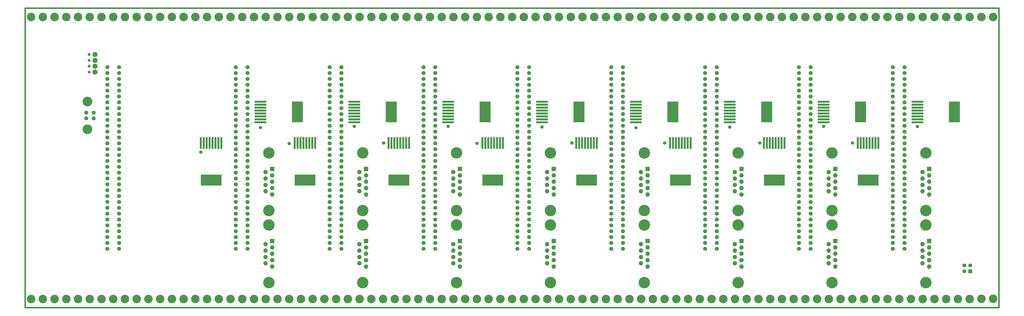
<source format=gbs>
G04 Layer_Color=16711935*
%FSLAX42Y42*%
%MOMM*%
G71*
G01*
G75*
%ADD12C,0.70*%
%ADD33C,1.73*%
%ADD34C,4.20*%
%ADD35C,3.70*%
%ADD36C,4.96*%
%ADD37R,1.89X1.89*%
%ADD38C,1.89*%
%ADD39C,1.30*%
%ADD40C,2.20*%
%ADD41R,1.70X1.70*%
%ADD42C,1.70*%
%ADD43C,1.47*%
%ADD44R,9.00X4.70*%
%ADD45R,0.96X5.20*%
%ADD46R,4.70X9.00*%
%ADD47R,5.20X0.96*%
D12*
X4648Y5283D02*
X46812Y5283D01*
Y18263D01*
X4648Y18263D02*
X46812Y18263D01*
X4648Y18263D02*
X4648Y5283D01*
D33*
X7290Y13489D02*
D03*
Y13739D02*
D03*
X7611D02*
D03*
Y13489D02*
D03*
X42723Y15710D02*
D03*
Y15456D02*
D03*
Y15202D02*
D03*
Y14948D02*
D03*
Y14694D02*
D03*
Y14440D02*
D03*
Y14186D02*
D03*
Y13932D02*
D03*
Y13678D02*
D03*
Y13424D02*
D03*
Y13170D02*
D03*
Y12916D02*
D03*
Y12662D02*
D03*
Y12408D02*
D03*
Y12154D02*
D03*
Y11900D02*
D03*
Y11646D02*
D03*
Y11392D02*
D03*
Y11138D02*
D03*
Y10884D02*
D03*
Y10630D02*
D03*
Y10376D02*
D03*
Y10122D02*
D03*
Y9868D02*
D03*
Y9614D02*
D03*
Y9360D02*
D03*
Y9106D02*
D03*
Y8852D02*
D03*
Y8598D02*
D03*
Y8344D02*
D03*
Y8090D02*
D03*
Y7836D02*
D03*
X42215Y15710D02*
D03*
Y15456D02*
D03*
Y15202D02*
D03*
Y14948D02*
D03*
Y14694D02*
D03*
Y14440D02*
D03*
Y14186D02*
D03*
Y13932D02*
D03*
Y13678D02*
D03*
Y13424D02*
D03*
Y13170D02*
D03*
Y12916D02*
D03*
Y12662D02*
D03*
Y12408D02*
D03*
Y12154D02*
D03*
Y11900D02*
D03*
Y11646D02*
D03*
Y11392D02*
D03*
Y11138D02*
D03*
Y10884D02*
D03*
Y10630D02*
D03*
Y10376D02*
D03*
Y10122D02*
D03*
Y9868D02*
D03*
Y9614D02*
D03*
Y9360D02*
D03*
Y9106D02*
D03*
Y8852D02*
D03*
Y8598D02*
D03*
Y8344D02*
D03*
Y8090D02*
D03*
Y7836D02*
D03*
X38659Y15710D02*
D03*
Y15456D02*
D03*
Y15202D02*
D03*
Y14948D02*
D03*
Y14694D02*
D03*
Y14440D02*
D03*
Y14186D02*
D03*
Y13932D02*
D03*
Y13678D02*
D03*
Y13424D02*
D03*
Y13170D02*
D03*
Y12916D02*
D03*
Y12662D02*
D03*
Y12408D02*
D03*
Y12154D02*
D03*
Y11900D02*
D03*
Y11646D02*
D03*
Y11392D02*
D03*
Y11138D02*
D03*
Y10884D02*
D03*
Y10630D02*
D03*
Y10376D02*
D03*
Y10122D02*
D03*
Y9868D02*
D03*
Y9614D02*
D03*
Y9360D02*
D03*
Y9106D02*
D03*
Y8852D02*
D03*
Y8598D02*
D03*
Y8344D02*
D03*
Y8090D02*
D03*
Y7836D02*
D03*
X38151Y15710D02*
D03*
Y15456D02*
D03*
Y15202D02*
D03*
Y14948D02*
D03*
Y14694D02*
D03*
Y14440D02*
D03*
Y14186D02*
D03*
Y13932D02*
D03*
Y13678D02*
D03*
Y13424D02*
D03*
Y13170D02*
D03*
Y12916D02*
D03*
Y12662D02*
D03*
Y12408D02*
D03*
Y12154D02*
D03*
Y11900D02*
D03*
Y11646D02*
D03*
Y11392D02*
D03*
Y11138D02*
D03*
Y10884D02*
D03*
Y10630D02*
D03*
Y10376D02*
D03*
Y10122D02*
D03*
Y9868D02*
D03*
Y9614D02*
D03*
Y9360D02*
D03*
Y9106D02*
D03*
Y8852D02*
D03*
Y8598D02*
D03*
Y8344D02*
D03*
Y8090D02*
D03*
Y7836D02*
D03*
X34595Y15710D02*
D03*
Y15456D02*
D03*
Y15202D02*
D03*
Y14948D02*
D03*
Y14694D02*
D03*
Y14440D02*
D03*
Y14186D02*
D03*
Y13932D02*
D03*
Y13678D02*
D03*
Y13424D02*
D03*
Y13170D02*
D03*
Y12916D02*
D03*
Y12662D02*
D03*
Y12408D02*
D03*
Y12154D02*
D03*
Y11900D02*
D03*
Y11646D02*
D03*
Y11392D02*
D03*
Y11138D02*
D03*
Y10884D02*
D03*
Y10630D02*
D03*
Y10376D02*
D03*
Y10122D02*
D03*
Y9868D02*
D03*
Y9614D02*
D03*
Y9360D02*
D03*
Y9106D02*
D03*
Y8852D02*
D03*
Y8598D02*
D03*
Y8344D02*
D03*
Y8090D02*
D03*
Y7836D02*
D03*
X34087Y15710D02*
D03*
Y15456D02*
D03*
Y15202D02*
D03*
Y14948D02*
D03*
Y14694D02*
D03*
Y14440D02*
D03*
Y14186D02*
D03*
Y13932D02*
D03*
Y13678D02*
D03*
Y13424D02*
D03*
Y13170D02*
D03*
Y12916D02*
D03*
Y12662D02*
D03*
Y12408D02*
D03*
Y12154D02*
D03*
Y11900D02*
D03*
Y11646D02*
D03*
Y11392D02*
D03*
Y11138D02*
D03*
Y10884D02*
D03*
Y10630D02*
D03*
Y10376D02*
D03*
Y10122D02*
D03*
Y9868D02*
D03*
Y9614D02*
D03*
Y9360D02*
D03*
Y9106D02*
D03*
Y8852D02*
D03*
Y8598D02*
D03*
Y8344D02*
D03*
Y8090D02*
D03*
Y7836D02*
D03*
X30531Y15710D02*
D03*
Y15456D02*
D03*
Y15202D02*
D03*
Y14948D02*
D03*
Y14694D02*
D03*
Y14440D02*
D03*
Y14186D02*
D03*
Y13932D02*
D03*
Y13678D02*
D03*
Y13424D02*
D03*
Y13170D02*
D03*
Y12916D02*
D03*
Y12662D02*
D03*
Y12408D02*
D03*
Y12154D02*
D03*
Y11900D02*
D03*
Y11646D02*
D03*
Y11392D02*
D03*
Y11138D02*
D03*
Y10884D02*
D03*
Y10630D02*
D03*
Y10376D02*
D03*
Y10122D02*
D03*
Y9868D02*
D03*
Y9614D02*
D03*
Y9360D02*
D03*
Y9106D02*
D03*
Y8852D02*
D03*
Y8598D02*
D03*
Y8344D02*
D03*
Y8090D02*
D03*
Y7836D02*
D03*
X30023Y15710D02*
D03*
Y15456D02*
D03*
Y15202D02*
D03*
Y14948D02*
D03*
Y14694D02*
D03*
Y14440D02*
D03*
Y14186D02*
D03*
Y13932D02*
D03*
Y13678D02*
D03*
Y13424D02*
D03*
Y13170D02*
D03*
Y12916D02*
D03*
Y12662D02*
D03*
Y12408D02*
D03*
Y12154D02*
D03*
Y11900D02*
D03*
Y11646D02*
D03*
Y11392D02*
D03*
Y11138D02*
D03*
Y10884D02*
D03*
Y10630D02*
D03*
Y10376D02*
D03*
Y10122D02*
D03*
Y9868D02*
D03*
Y9614D02*
D03*
Y9360D02*
D03*
Y9106D02*
D03*
Y8852D02*
D03*
Y8598D02*
D03*
Y8344D02*
D03*
Y8090D02*
D03*
Y7836D02*
D03*
X26467Y15710D02*
D03*
Y15456D02*
D03*
Y15202D02*
D03*
Y14948D02*
D03*
Y14694D02*
D03*
Y14440D02*
D03*
Y14186D02*
D03*
Y13932D02*
D03*
Y13678D02*
D03*
Y13424D02*
D03*
Y13170D02*
D03*
Y12916D02*
D03*
Y12662D02*
D03*
Y12408D02*
D03*
Y12154D02*
D03*
Y11900D02*
D03*
Y11646D02*
D03*
Y11392D02*
D03*
Y11138D02*
D03*
Y10884D02*
D03*
Y10630D02*
D03*
Y10376D02*
D03*
Y10122D02*
D03*
Y9868D02*
D03*
Y9614D02*
D03*
Y9360D02*
D03*
Y9106D02*
D03*
Y8852D02*
D03*
Y8598D02*
D03*
Y8344D02*
D03*
Y8090D02*
D03*
Y7836D02*
D03*
X25959Y15710D02*
D03*
Y15456D02*
D03*
Y15202D02*
D03*
Y14948D02*
D03*
Y14694D02*
D03*
Y14440D02*
D03*
Y14186D02*
D03*
Y13932D02*
D03*
Y13678D02*
D03*
Y13424D02*
D03*
Y13170D02*
D03*
Y12916D02*
D03*
Y12662D02*
D03*
Y12408D02*
D03*
Y12154D02*
D03*
Y11900D02*
D03*
Y11646D02*
D03*
Y11392D02*
D03*
Y11138D02*
D03*
Y10884D02*
D03*
Y10630D02*
D03*
Y10376D02*
D03*
Y10122D02*
D03*
Y9868D02*
D03*
Y9614D02*
D03*
Y9360D02*
D03*
Y9106D02*
D03*
Y8852D02*
D03*
Y8598D02*
D03*
Y8344D02*
D03*
Y8090D02*
D03*
Y7836D02*
D03*
X22403Y15710D02*
D03*
Y15456D02*
D03*
Y15202D02*
D03*
Y14948D02*
D03*
Y14694D02*
D03*
Y14440D02*
D03*
Y14186D02*
D03*
Y13932D02*
D03*
Y13678D02*
D03*
Y13424D02*
D03*
Y13170D02*
D03*
Y12916D02*
D03*
Y12662D02*
D03*
Y12408D02*
D03*
Y12154D02*
D03*
Y11900D02*
D03*
Y11646D02*
D03*
Y11392D02*
D03*
Y11138D02*
D03*
Y10884D02*
D03*
Y10630D02*
D03*
Y10376D02*
D03*
Y10122D02*
D03*
Y9868D02*
D03*
Y9614D02*
D03*
Y9360D02*
D03*
Y9106D02*
D03*
Y8852D02*
D03*
Y8598D02*
D03*
Y8344D02*
D03*
Y8090D02*
D03*
Y7836D02*
D03*
X21895Y15710D02*
D03*
Y15456D02*
D03*
Y15202D02*
D03*
Y14948D02*
D03*
Y14694D02*
D03*
Y14440D02*
D03*
Y14186D02*
D03*
Y13932D02*
D03*
Y13678D02*
D03*
Y13424D02*
D03*
Y13170D02*
D03*
Y12916D02*
D03*
Y12662D02*
D03*
Y12408D02*
D03*
Y12154D02*
D03*
Y11900D02*
D03*
Y11646D02*
D03*
Y11392D02*
D03*
Y11138D02*
D03*
Y10884D02*
D03*
Y10630D02*
D03*
Y10376D02*
D03*
Y10122D02*
D03*
Y9868D02*
D03*
Y9614D02*
D03*
Y9360D02*
D03*
Y9106D02*
D03*
Y8852D02*
D03*
Y8598D02*
D03*
Y8344D02*
D03*
Y8090D02*
D03*
Y7836D02*
D03*
X18339Y15710D02*
D03*
Y15456D02*
D03*
Y15202D02*
D03*
Y14948D02*
D03*
Y14694D02*
D03*
Y14440D02*
D03*
Y14186D02*
D03*
Y13932D02*
D03*
Y13678D02*
D03*
Y13424D02*
D03*
Y13170D02*
D03*
Y12916D02*
D03*
Y12662D02*
D03*
Y12408D02*
D03*
Y12154D02*
D03*
Y11900D02*
D03*
Y11646D02*
D03*
Y11392D02*
D03*
Y11138D02*
D03*
Y10884D02*
D03*
Y10630D02*
D03*
Y10376D02*
D03*
Y10122D02*
D03*
Y9868D02*
D03*
Y9614D02*
D03*
Y9360D02*
D03*
Y9106D02*
D03*
Y8852D02*
D03*
Y8598D02*
D03*
Y8344D02*
D03*
Y8090D02*
D03*
Y7836D02*
D03*
X17831Y15710D02*
D03*
Y15456D02*
D03*
Y15202D02*
D03*
Y14948D02*
D03*
Y14694D02*
D03*
Y14440D02*
D03*
Y14186D02*
D03*
Y13932D02*
D03*
Y13678D02*
D03*
Y13424D02*
D03*
Y13170D02*
D03*
Y12916D02*
D03*
Y12662D02*
D03*
Y12408D02*
D03*
Y12154D02*
D03*
Y11900D02*
D03*
Y11646D02*
D03*
Y11392D02*
D03*
Y11138D02*
D03*
Y10884D02*
D03*
Y10630D02*
D03*
Y10376D02*
D03*
Y10122D02*
D03*
Y9868D02*
D03*
Y9614D02*
D03*
Y9360D02*
D03*
Y9106D02*
D03*
Y8852D02*
D03*
Y8598D02*
D03*
Y8344D02*
D03*
Y8090D02*
D03*
Y7836D02*
D03*
X8712Y15710D02*
D03*
Y15456D02*
D03*
Y15202D02*
D03*
Y14948D02*
D03*
Y14694D02*
D03*
Y14440D02*
D03*
Y14186D02*
D03*
Y13932D02*
D03*
Y13678D02*
D03*
Y13424D02*
D03*
Y13170D02*
D03*
Y12916D02*
D03*
Y12662D02*
D03*
Y12408D02*
D03*
Y12154D02*
D03*
Y11900D02*
D03*
Y11646D02*
D03*
Y11392D02*
D03*
Y11138D02*
D03*
Y10884D02*
D03*
Y10630D02*
D03*
Y10376D02*
D03*
Y10122D02*
D03*
Y9868D02*
D03*
Y9614D02*
D03*
Y9360D02*
D03*
Y9106D02*
D03*
Y8852D02*
D03*
Y8598D02*
D03*
Y8344D02*
D03*
Y8090D02*
D03*
Y7836D02*
D03*
X8204Y15710D02*
D03*
Y15456D02*
D03*
Y15202D02*
D03*
Y14948D02*
D03*
Y14694D02*
D03*
Y14440D02*
D03*
Y14186D02*
D03*
Y13932D02*
D03*
Y13678D02*
D03*
Y13424D02*
D03*
Y13170D02*
D03*
Y12916D02*
D03*
Y12662D02*
D03*
Y12408D02*
D03*
Y12154D02*
D03*
Y11900D02*
D03*
Y11646D02*
D03*
Y11392D02*
D03*
Y11138D02*
D03*
Y10884D02*
D03*
Y10630D02*
D03*
Y10376D02*
D03*
Y10122D02*
D03*
Y9868D02*
D03*
Y9614D02*
D03*
Y9360D02*
D03*
Y9106D02*
D03*
Y8852D02*
D03*
Y8598D02*
D03*
Y8344D02*
D03*
Y8090D02*
D03*
Y7836D02*
D03*
X14275Y15710D02*
D03*
Y15456D02*
D03*
Y15202D02*
D03*
Y14948D02*
D03*
Y14694D02*
D03*
Y14440D02*
D03*
Y14186D02*
D03*
Y13932D02*
D03*
Y13678D02*
D03*
Y13424D02*
D03*
Y13170D02*
D03*
Y12916D02*
D03*
Y12662D02*
D03*
Y12408D02*
D03*
Y12154D02*
D03*
Y11900D02*
D03*
Y11646D02*
D03*
Y11392D02*
D03*
Y11138D02*
D03*
Y10884D02*
D03*
Y10630D02*
D03*
Y10376D02*
D03*
Y10122D02*
D03*
Y9868D02*
D03*
Y9614D02*
D03*
Y9360D02*
D03*
Y9106D02*
D03*
Y8852D02*
D03*
Y8598D02*
D03*
Y8344D02*
D03*
Y8090D02*
D03*
Y7836D02*
D03*
X13767Y15710D02*
D03*
Y15456D02*
D03*
Y15202D02*
D03*
Y14948D02*
D03*
Y14694D02*
D03*
Y14440D02*
D03*
Y14186D02*
D03*
Y13932D02*
D03*
Y13678D02*
D03*
Y13424D02*
D03*
Y13170D02*
D03*
Y12916D02*
D03*
Y12662D02*
D03*
Y12408D02*
D03*
Y12154D02*
D03*
Y11900D02*
D03*
Y11646D02*
D03*
Y11392D02*
D03*
Y11138D02*
D03*
Y10884D02*
D03*
Y10630D02*
D03*
Y10376D02*
D03*
Y10122D02*
D03*
Y9868D02*
D03*
Y9614D02*
D03*
Y9360D02*
D03*
Y9106D02*
D03*
Y8852D02*
D03*
Y8598D02*
D03*
Y8344D02*
D03*
Y8090D02*
D03*
Y7836D02*
D03*
D34*
X7340Y14216D02*
D03*
Y13012D02*
D03*
D35*
X13538Y5662D02*
D03*
X14046D02*
D03*
X13030D02*
D03*
X11506D02*
D03*
X12522D02*
D03*
X12014D02*
D03*
X9982D02*
D03*
X10998D02*
D03*
X10490D02*
D03*
X5918D02*
D03*
X6426D02*
D03*
X5410D02*
D03*
X7442D02*
D03*
X7950D02*
D03*
X6934D02*
D03*
X8458D02*
D03*
X9474D02*
D03*
X8966D02*
D03*
X4902D02*
D03*
X14046Y17884D02*
D03*
X13538D02*
D03*
X12522D02*
D03*
X13030D02*
D03*
X10998D02*
D03*
X10490D02*
D03*
X11506D02*
D03*
X12014D02*
D03*
X7950D02*
D03*
X7442D02*
D03*
X6426D02*
D03*
X6934D02*
D03*
X8966D02*
D03*
X8458D02*
D03*
X9474D02*
D03*
X9982D02*
D03*
X4902D02*
D03*
X5410D02*
D03*
X5918D02*
D03*
X14554Y5662D02*
D03*
Y17884D02*
D03*
X15570D02*
D03*
X15062D02*
D03*
X16586D02*
D03*
X16078D02*
D03*
X15062Y5662D02*
D03*
X15570D02*
D03*
X16078D02*
D03*
X16586D02*
D03*
X17094Y17884D02*
D03*
X17602D02*
D03*
X18110D02*
D03*
X18618D02*
D03*
X19126D02*
D03*
X19634D02*
D03*
X20142D02*
D03*
X20650D02*
D03*
X21158D02*
D03*
X21666D02*
D03*
X22174D02*
D03*
X22682D02*
D03*
X23190D02*
D03*
X23698D02*
D03*
X24206D02*
D03*
X24714D02*
D03*
X25222D02*
D03*
X25730D02*
D03*
X26238D02*
D03*
X26746D02*
D03*
X27254D02*
D03*
X27762D02*
D03*
X28270D02*
D03*
X28778D02*
D03*
X29286D02*
D03*
X29794D02*
D03*
X30302D02*
D03*
X30810D02*
D03*
X31318D02*
D03*
X31826D02*
D03*
X32334D02*
D03*
X32842D02*
D03*
X33350D02*
D03*
X33858D02*
D03*
X34366D02*
D03*
X34874D02*
D03*
X35382D02*
D03*
X35890D02*
D03*
X36398D02*
D03*
X36906D02*
D03*
X37414D02*
D03*
X37922D02*
D03*
X38430D02*
D03*
X38938D02*
D03*
X39446D02*
D03*
X39954D02*
D03*
X40462D02*
D03*
X40970D02*
D03*
X41478D02*
D03*
X41986D02*
D03*
X42494D02*
D03*
X43002D02*
D03*
X43510D02*
D03*
X44018D02*
D03*
X44526D02*
D03*
X45034D02*
D03*
X45542D02*
D03*
X17094Y5662D02*
D03*
X17602D02*
D03*
X18110D02*
D03*
X18618D02*
D03*
X19126D02*
D03*
X19634D02*
D03*
X20142D02*
D03*
X20650D02*
D03*
X21158D02*
D03*
X21666D02*
D03*
X22174D02*
D03*
X22682D02*
D03*
X23190D02*
D03*
X23698D02*
D03*
X24206D02*
D03*
X24714D02*
D03*
X25222D02*
D03*
X25730D02*
D03*
X26238D02*
D03*
X26746D02*
D03*
X27254D02*
D03*
X27762D02*
D03*
X28270D02*
D03*
X28778D02*
D03*
X29286D02*
D03*
X29794D02*
D03*
X30302D02*
D03*
X30810D02*
D03*
X31318D02*
D03*
X31826D02*
D03*
X32334D02*
D03*
X32842D02*
D03*
X33350D02*
D03*
X33858D02*
D03*
X34366D02*
D03*
X34874D02*
D03*
X35382D02*
D03*
X35890D02*
D03*
X36398D02*
D03*
X36906D02*
D03*
X37414D02*
D03*
X37922D02*
D03*
X38430D02*
D03*
X38938D02*
D03*
X39446D02*
D03*
X39954D02*
D03*
X40462D02*
D03*
X40970D02*
D03*
X41478D02*
D03*
X41986D02*
D03*
X42494D02*
D03*
X43002D02*
D03*
X43510D02*
D03*
X44018D02*
D03*
X44526D02*
D03*
X45034D02*
D03*
X45542D02*
D03*
X46050Y17884D02*
D03*
X46558D02*
D03*
Y5664D02*
D03*
X46050D02*
D03*
D36*
X15199Y6371D02*
D03*
Y8869D02*
D03*
Y9495D02*
D03*
Y11994D02*
D03*
X19263Y6371D02*
D03*
Y8869D02*
D03*
X23327Y6371D02*
D03*
Y8869D02*
D03*
X27391Y6371D02*
D03*
Y8869D02*
D03*
X31455Y6371D02*
D03*
Y8869D02*
D03*
X35519Y6371D02*
D03*
Y8869D02*
D03*
X39583Y6371D02*
D03*
Y8869D02*
D03*
X43647Y6371D02*
D03*
Y8869D02*
D03*
Y9495D02*
D03*
Y11994D02*
D03*
X39583Y9495D02*
D03*
Y11994D02*
D03*
X35519Y9495D02*
D03*
Y11994D02*
D03*
X31455Y9495D02*
D03*
Y11994D02*
D03*
X27391Y9495D02*
D03*
Y11994D02*
D03*
X23327Y9495D02*
D03*
Y11994D02*
D03*
X19263Y9495D02*
D03*
Y11994D02*
D03*
D37*
X15341Y8174D02*
D03*
Y11298D02*
D03*
X19405Y8174D02*
D03*
X23469D02*
D03*
X27533D02*
D03*
X31597D02*
D03*
X35661D02*
D03*
X39725D02*
D03*
X43789D02*
D03*
Y11298D02*
D03*
X39725D02*
D03*
X35661D02*
D03*
X31597D02*
D03*
X27533D02*
D03*
X23469D02*
D03*
X19405D02*
D03*
D38*
X15057Y8036D02*
D03*
X15341Y7897D02*
D03*
X15057Y7758D02*
D03*
X15341Y7620D02*
D03*
X15057Y7482D02*
D03*
X15341Y7343D02*
D03*
X15057Y7204D02*
D03*
X15341Y7066D02*
D03*
X15057Y11160D02*
D03*
X15341Y11021D02*
D03*
X15057Y10883D02*
D03*
X15341Y10744D02*
D03*
X15057Y10606D02*
D03*
X15341Y10467D02*
D03*
X15057Y10329D02*
D03*
X15341Y10190D02*
D03*
X19121Y8036D02*
D03*
X19405Y7897D02*
D03*
X19121Y7758D02*
D03*
X19405Y7620D02*
D03*
X19121Y7482D02*
D03*
X19405Y7343D02*
D03*
X19121Y7204D02*
D03*
X19405Y7066D02*
D03*
X23185Y8036D02*
D03*
X23469Y7897D02*
D03*
X23185Y7758D02*
D03*
X23469Y7620D02*
D03*
X23185Y7482D02*
D03*
X23469Y7343D02*
D03*
X23185Y7204D02*
D03*
X23469Y7066D02*
D03*
X27249Y8036D02*
D03*
X27533Y7897D02*
D03*
X27249Y7758D02*
D03*
X27533Y7620D02*
D03*
X27249Y7482D02*
D03*
X27533Y7343D02*
D03*
X27249Y7204D02*
D03*
X27533Y7066D02*
D03*
X31313Y8036D02*
D03*
X31597Y7897D02*
D03*
X31313Y7758D02*
D03*
X31597Y7620D02*
D03*
X31313Y7482D02*
D03*
X31597Y7343D02*
D03*
X31313Y7204D02*
D03*
X31597Y7066D02*
D03*
X35377Y8036D02*
D03*
X35661Y7897D02*
D03*
X35377Y7758D02*
D03*
X35661Y7620D02*
D03*
X35377Y7482D02*
D03*
X35661Y7343D02*
D03*
X35377Y7204D02*
D03*
X35661Y7066D02*
D03*
X39441Y8036D02*
D03*
X39725Y7897D02*
D03*
X39441Y7758D02*
D03*
X39725Y7620D02*
D03*
X39441Y7482D02*
D03*
X39725Y7343D02*
D03*
X39441Y7204D02*
D03*
X39725Y7066D02*
D03*
X43505Y8036D02*
D03*
X43789Y7897D02*
D03*
X43505Y7758D02*
D03*
X43789Y7620D02*
D03*
X43505Y7482D02*
D03*
X43789Y7343D02*
D03*
X43505Y7204D02*
D03*
X43789Y7066D02*
D03*
X43505Y11160D02*
D03*
X43789Y11021D02*
D03*
X43505Y10883D02*
D03*
X43789Y10744D02*
D03*
X43505Y10606D02*
D03*
X43789Y10467D02*
D03*
X43505Y10329D02*
D03*
X43789Y10190D02*
D03*
X39441Y11160D02*
D03*
X39725Y11021D02*
D03*
X39441Y10883D02*
D03*
X39725Y10744D02*
D03*
X39441Y10606D02*
D03*
X39725Y10467D02*
D03*
X39441Y10329D02*
D03*
X39725Y10190D02*
D03*
X35377Y11160D02*
D03*
X35661Y11021D02*
D03*
X35377Y10883D02*
D03*
X35661Y10744D02*
D03*
X35377Y10606D02*
D03*
X35661Y10467D02*
D03*
X35377Y10329D02*
D03*
X35661Y10190D02*
D03*
X31313Y11160D02*
D03*
X31597Y11021D02*
D03*
X31313Y10883D02*
D03*
X31597Y10744D02*
D03*
X31313Y10606D02*
D03*
X31597Y10467D02*
D03*
X31313Y10329D02*
D03*
X31597Y10190D02*
D03*
X27249Y11160D02*
D03*
X27533Y11021D02*
D03*
X27249Y10883D02*
D03*
X27533Y10744D02*
D03*
X27249Y10606D02*
D03*
X27533Y10467D02*
D03*
X27249Y10329D02*
D03*
X27533Y10190D02*
D03*
X23185Y11160D02*
D03*
X23469Y11021D02*
D03*
X23185Y10883D02*
D03*
X23469Y10744D02*
D03*
X23185Y10606D02*
D03*
X23469Y10467D02*
D03*
X23185Y10329D02*
D03*
X23469Y10190D02*
D03*
X19121Y11160D02*
D03*
X19405Y11021D02*
D03*
X19121Y10883D02*
D03*
X19405Y10744D02*
D03*
X19121Y10606D02*
D03*
X19405Y10467D02*
D03*
X19121Y10329D02*
D03*
X19405Y10190D02*
D03*
D39*
X7417Y15495D02*
D03*
Y16257D02*
D03*
Y16003D02*
D03*
Y15749D02*
D03*
D40*
X7671Y15495D02*
D03*
Y16257D02*
D03*
Y16003D02*
D03*
Y15749D02*
D03*
D41*
X45568Y6858D02*
D03*
D42*
X45314D02*
D03*
X45568Y7112D02*
D03*
X45314D02*
D03*
D43*
X43282Y13132D02*
D03*
X39218Y13144D02*
D03*
X35154Y13106D02*
D03*
X36461Y12421D02*
D03*
X40474D02*
D03*
X32334D02*
D03*
X31090Y13081D02*
D03*
X28321Y12421D02*
D03*
X27026Y13118D02*
D03*
X22962Y13144D02*
D03*
X24206Y12409D02*
D03*
X20168Y12421D02*
D03*
X18898Y13144D02*
D03*
X16078Y12395D02*
D03*
X14834Y13093D02*
D03*
X12256Y12027D02*
D03*
D44*
X41148Y10816D02*
D03*
X37084D02*
D03*
X33020D02*
D03*
X28956D02*
D03*
X24892D02*
D03*
X20828D02*
D03*
X16764D02*
D03*
X12700D02*
D03*
D45*
X41592Y12421D02*
D03*
X41465D02*
D03*
X41339D02*
D03*
X41211D02*
D03*
X41085D02*
D03*
X40958D02*
D03*
X40830D02*
D03*
X40704D02*
D03*
X37529D02*
D03*
X37402D02*
D03*
X37274D02*
D03*
X37148D02*
D03*
X37020D02*
D03*
X36893D02*
D03*
X36767D02*
D03*
X36639D02*
D03*
X33464D02*
D03*
X33338D02*
D03*
X33211D02*
D03*
X33083D02*
D03*
X32957D02*
D03*
X32830D02*
D03*
X32702D02*
D03*
X32576D02*
D03*
X29401D02*
D03*
X29273D02*
D03*
X29146D02*
D03*
X29020D02*
D03*
X28892D02*
D03*
X28765D02*
D03*
X28639D02*
D03*
X28511D02*
D03*
X25337D02*
D03*
X25210D02*
D03*
X25082D02*
D03*
X24955D02*
D03*
X24829D02*
D03*
X24701D02*
D03*
X24574D02*
D03*
X24448D02*
D03*
X21273D02*
D03*
X21146D02*
D03*
X21018D02*
D03*
X20891D02*
D03*
X20765D02*
D03*
X20638D02*
D03*
X20510D02*
D03*
X20384D02*
D03*
X17209D02*
D03*
X17082D02*
D03*
X16954D02*
D03*
X16827D02*
D03*
X16701D02*
D03*
X16574D02*
D03*
X16446D02*
D03*
X16320D02*
D03*
X13145D02*
D03*
X13018D02*
D03*
X12890D02*
D03*
X12764D02*
D03*
X12636D02*
D03*
X12510D02*
D03*
X12382D02*
D03*
X12256D02*
D03*
D46*
X44887Y13767D02*
D03*
X40823D02*
D03*
X36759D02*
D03*
X32695D02*
D03*
X28631D02*
D03*
X24567D02*
D03*
X20503D02*
D03*
X16439D02*
D03*
D47*
X43282Y14211D02*
D03*
Y14084D02*
D03*
Y13957D02*
D03*
Y13830D02*
D03*
Y13703D02*
D03*
Y13576D02*
D03*
Y13449D02*
D03*
Y13322D02*
D03*
X39218Y14211D02*
D03*
Y14084D02*
D03*
Y13957D02*
D03*
Y13830D02*
D03*
Y13703D02*
D03*
Y13576D02*
D03*
Y13449D02*
D03*
Y13322D02*
D03*
X35154Y14211D02*
D03*
Y14084D02*
D03*
Y13957D02*
D03*
Y13830D02*
D03*
Y13703D02*
D03*
Y13576D02*
D03*
Y13449D02*
D03*
Y13322D02*
D03*
X31090Y14211D02*
D03*
Y14084D02*
D03*
Y13957D02*
D03*
Y13830D02*
D03*
Y13703D02*
D03*
Y13576D02*
D03*
Y13449D02*
D03*
Y13322D02*
D03*
X27026Y14211D02*
D03*
Y14084D02*
D03*
Y13957D02*
D03*
Y13830D02*
D03*
Y13703D02*
D03*
Y13576D02*
D03*
Y13449D02*
D03*
Y13322D02*
D03*
X22962Y14211D02*
D03*
Y14084D02*
D03*
Y13957D02*
D03*
Y13830D02*
D03*
Y13703D02*
D03*
Y13576D02*
D03*
Y13449D02*
D03*
Y13322D02*
D03*
X18898Y14211D02*
D03*
Y14084D02*
D03*
Y13957D02*
D03*
Y13830D02*
D03*
Y13703D02*
D03*
Y13576D02*
D03*
Y13449D02*
D03*
Y13322D02*
D03*
X14834Y14211D02*
D03*
Y14084D02*
D03*
Y13957D02*
D03*
Y13830D02*
D03*
Y13703D02*
D03*
Y13576D02*
D03*
Y13449D02*
D03*
Y13322D02*
D03*
M02*

</source>
